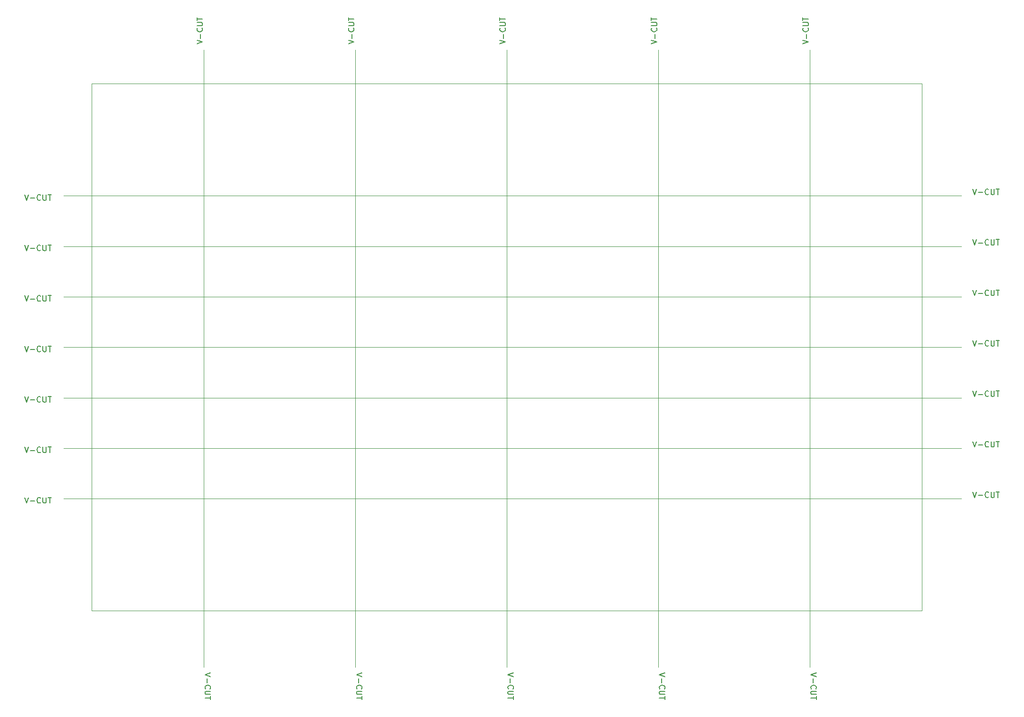
<source format=gbr>
%TF.GenerationSoftware,KiCad,Pcbnew,(7.0.0)*%
%TF.CreationDate,2023-04-04T09:59:10-04:00*%
%TF.ProjectId,bracket-led,62726163-6b65-4742-9d6c-65642e6b6963,A*%
%TF.SameCoordinates,Original*%
%TF.FileFunction,Profile,NP*%
%FSLAX46Y46*%
G04 Gerber Fmt 4.6, Leading zero omitted, Abs format (unit mm)*
G04 Created by KiCad (PCBNEW (7.0.0)) date 2023-04-04 09:59:10*
%MOMM*%
%LPD*%
G01*
G04 APERTURE LIST*
%TA.AperFunction,Profile*%
%ADD10C,0.100000*%
%TD*%
%TA.AperFunction,Profile*%
%ADD11C,0.050000*%
%TD*%
%ADD12C,0.150000*%
G04 APERTURE END LIST*
D10*
X185949200Y-165277760D02*
X185949200Y-174277760D01*
D11*
X138949200Y-100277760D02*
X286949200Y-100277760D01*
X286949200Y-100277760D02*
X286949200Y-194277760D01*
X286949200Y-194277760D02*
X138949200Y-194277760D01*
X138949200Y-194277760D02*
X138949200Y-100277760D01*
D10*
X185949200Y-165277760D02*
X212949200Y-165277760D01*
X158949200Y-165277760D02*
X185949200Y-165277760D01*
X185949200Y-174277760D02*
X158949200Y-174277760D01*
X158949200Y-165277760D02*
X158949200Y-174277760D01*
X212949200Y-174277760D02*
X185949200Y-174277760D01*
X185949200Y-165277760D02*
X185949200Y-174277760D01*
X212949200Y-165277760D02*
X239949200Y-165277760D01*
X212949200Y-165277760D02*
X212949200Y-174277760D01*
D12*
X127044438Y-147060140D02*
X127377771Y-148060140D01*
X127377771Y-148060140D02*
X127711104Y-147060140D01*
X128044438Y-147679188D02*
X128806343Y-147679188D01*
X129853961Y-147964902D02*
X129806342Y-148012521D01*
X129806342Y-148012521D02*
X129663485Y-148060140D01*
X129663485Y-148060140D02*
X129568247Y-148060140D01*
X129568247Y-148060140D02*
X129425390Y-148012521D01*
X129425390Y-148012521D02*
X129330152Y-147917283D01*
X129330152Y-147917283D02*
X129282533Y-147822045D01*
X129282533Y-147822045D02*
X129234914Y-147631569D01*
X129234914Y-147631569D02*
X129234914Y-147488712D01*
X129234914Y-147488712D02*
X129282533Y-147298236D01*
X129282533Y-147298236D02*
X129330152Y-147202998D01*
X129330152Y-147202998D02*
X129425390Y-147107760D01*
X129425390Y-147107760D02*
X129568247Y-147060140D01*
X129568247Y-147060140D02*
X129663485Y-147060140D01*
X129663485Y-147060140D02*
X129806342Y-147107760D01*
X129806342Y-147107760D02*
X129853961Y-147155379D01*
X130282533Y-147060140D02*
X130282533Y-147869664D01*
X130282533Y-147869664D02*
X130330152Y-147964902D01*
X130330152Y-147964902D02*
X130377771Y-148012521D01*
X130377771Y-148012521D02*
X130473009Y-148060140D01*
X130473009Y-148060140D02*
X130663485Y-148060140D01*
X130663485Y-148060140D02*
X130758723Y-148012521D01*
X130758723Y-148012521D02*
X130806342Y-147964902D01*
X130806342Y-147964902D02*
X130853961Y-147869664D01*
X130853961Y-147869664D02*
X130853961Y-147060140D01*
X131187295Y-147060140D02*
X131758723Y-147060140D01*
X131473009Y-148060140D02*
X131473009Y-147060140D01*
X127044438Y-165060140D02*
X127377771Y-166060140D01*
X127377771Y-166060140D02*
X127711104Y-165060140D01*
X128044438Y-165679188D02*
X128806343Y-165679188D01*
X129853961Y-165964902D02*
X129806342Y-166012521D01*
X129806342Y-166012521D02*
X129663485Y-166060140D01*
X129663485Y-166060140D02*
X129568247Y-166060140D01*
X129568247Y-166060140D02*
X129425390Y-166012521D01*
X129425390Y-166012521D02*
X129330152Y-165917283D01*
X129330152Y-165917283D02*
X129282533Y-165822045D01*
X129282533Y-165822045D02*
X129234914Y-165631569D01*
X129234914Y-165631569D02*
X129234914Y-165488712D01*
X129234914Y-165488712D02*
X129282533Y-165298236D01*
X129282533Y-165298236D02*
X129330152Y-165202998D01*
X129330152Y-165202998D02*
X129425390Y-165107760D01*
X129425390Y-165107760D02*
X129568247Y-165060140D01*
X129568247Y-165060140D02*
X129663485Y-165060140D01*
X129663485Y-165060140D02*
X129806342Y-165107760D01*
X129806342Y-165107760D02*
X129853961Y-165155379D01*
X130282533Y-165060140D02*
X130282533Y-165869664D01*
X130282533Y-165869664D02*
X130330152Y-165964902D01*
X130330152Y-165964902D02*
X130377771Y-166012521D01*
X130377771Y-166012521D02*
X130473009Y-166060140D01*
X130473009Y-166060140D02*
X130663485Y-166060140D01*
X130663485Y-166060140D02*
X130758723Y-166012521D01*
X130758723Y-166012521D02*
X130806342Y-165964902D01*
X130806342Y-165964902D02*
X130853961Y-165869664D01*
X130853961Y-165869664D02*
X130853961Y-165060140D01*
X131187295Y-165060140D02*
X131758723Y-165060140D01*
X131473009Y-166060140D02*
X131473009Y-165060140D01*
X127044438Y-138060140D02*
X127377771Y-139060140D01*
X127377771Y-139060140D02*
X127711104Y-138060140D01*
X128044438Y-138679188D02*
X128806343Y-138679188D01*
X129853961Y-138964902D02*
X129806342Y-139012521D01*
X129806342Y-139012521D02*
X129663485Y-139060140D01*
X129663485Y-139060140D02*
X129568247Y-139060140D01*
X129568247Y-139060140D02*
X129425390Y-139012521D01*
X129425390Y-139012521D02*
X129330152Y-138917283D01*
X129330152Y-138917283D02*
X129282533Y-138822045D01*
X129282533Y-138822045D02*
X129234914Y-138631569D01*
X129234914Y-138631569D02*
X129234914Y-138488712D01*
X129234914Y-138488712D02*
X129282533Y-138298236D01*
X129282533Y-138298236D02*
X129330152Y-138202998D01*
X129330152Y-138202998D02*
X129425390Y-138107760D01*
X129425390Y-138107760D02*
X129568247Y-138060140D01*
X129568247Y-138060140D02*
X129663485Y-138060140D01*
X129663485Y-138060140D02*
X129806342Y-138107760D01*
X129806342Y-138107760D02*
X129853961Y-138155379D01*
X130282533Y-138060140D02*
X130282533Y-138869664D01*
X130282533Y-138869664D02*
X130330152Y-138964902D01*
X130330152Y-138964902D02*
X130377771Y-139012521D01*
X130377771Y-139012521D02*
X130473009Y-139060140D01*
X130473009Y-139060140D02*
X130663485Y-139060140D01*
X130663485Y-139060140D02*
X130758723Y-139012521D01*
X130758723Y-139012521D02*
X130806342Y-138964902D01*
X130806342Y-138964902D02*
X130853961Y-138869664D01*
X130853961Y-138869664D02*
X130853961Y-138060140D01*
X131187295Y-138060140D02*
X131758723Y-138060140D01*
X131473009Y-139060140D02*
X131473009Y-138060140D01*
X127044438Y-129060140D02*
X127377771Y-130060140D01*
X127377771Y-130060140D02*
X127711104Y-129060140D01*
X128044438Y-129679188D02*
X128806343Y-129679188D01*
X129853961Y-129964902D02*
X129806342Y-130012521D01*
X129806342Y-130012521D02*
X129663485Y-130060140D01*
X129663485Y-130060140D02*
X129568247Y-130060140D01*
X129568247Y-130060140D02*
X129425390Y-130012521D01*
X129425390Y-130012521D02*
X129330152Y-129917283D01*
X129330152Y-129917283D02*
X129282533Y-129822045D01*
X129282533Y-129822045D02*
X129234914Y-129631569D01*
X129234914Y-129631569D02*
X129234914Y-129488712D01*
X129234914Y-129488712D02*
X129282533Y-129298236D01*
X129282533Y-129298236D02*
X129330152Y-129202998D01*
X129330152Y-129202998D02*
X129425390Y-129107760D01*
X129425390Y-129107760D02*
X129568247Y-129060140D01*
X129568247Y-129060140D02*
X129663485Y-129060140D01*
X129663485Y-129060140D02*
X129806342Y-129107760D01*
X129806342Y-129107760D02*
X129853961Y-129155379D01*
X130282533Y-129060140D02*
X130282533Y-129869664D01*
X130282533Y-129869664D02*
X130330152Y-129964902D01*
X130330152Y-129964902D02*
X130377771Y-130012521D01*
X130377771Y-130012521D02*
X130473009Y-130060140D01*
X130473009Y-130060140D02*
X130663485Y-130060140D01*
X130663485Y-130060140D02*
X130758723Y-130012521D01*
X130758723Y-130012521D02*
X130806342Y-129964902D01*
X130806342Y-129964902D02*
X130853961Y-129869664D01*
X130853961Y-129869664D02*
X130853961Y-129060140D01*
X131187295Y-129060140D02*
X131758723Y-129060140D01*
X131473009Y-130060140D02*
X131473009Y-129060140D01*
X127044438Y-156060140D02*
X127377771Y-157060140D01*
X127377771Y-157060140D02*
X127711104Y-156060140D01*
X128044438Y-156679188D02*
X128806343Y-156679188D01*
X129853961Y-156964902D02*
X129806342Y-157012521D01*
X129806342Y-157012521D02*
X129663485Y-157060140D01*
X129663485Y-157060140D02*
X129568247Y-157060140D01*
X129568247Y-157060140D02*
X129425390Y-157012521D01*
X129425390Y-157012521D02*
X129330152Y-156917283D01*
X129330152Y-156917283D02*
X129282533Y-156822045D01*
X129282533Y-156822045D02*
X129234914Y-156631569D01*
X129234914Y-156631569D02*
X129234914Y-156488712D01*
X129234914Y-156488712D02*
X129282533Y-156298236D01*
X129282533Y-156298236D02*
X129330152Y-156202998D01*
X129330152Y-156202998D02*
X129425390Y-156107760D01*
X129425390Y-156107760D02*
X129568247Y-156060140D01*
X129568247Y-156060140D02*
X129663485Y-156060140D01*
X129663485Y-156060140D02*
X129806342Y-156107760D01*
X129806342Y-156107760D02*
X129853961Y-156155379D01*
X130282533Y-156060140D02*
X130282533Y-156869664D01*
X130282533Y-156869664D02*
X130330152Y-156964902D01*
X130330152Y-156964902D02*
X130377771Y-157012521D01*
X130377771Y-157012521D02*
X130473009Y-157060140D01*
X130473009Y-157060140D02*
X130663485Y-157060140D01*
X130663485Y-157060140D02*
X130758723Y-157012521D01*
X130758723Y-157012521D02*
X130806342Y-156964902D01*
X130806342Y-156964902D02*
X130853961Y-156869664D01*
X130853961Y-156869664D02*
X130853961Y-156060140D01*
X131187295Y-156060140D02*
X131758723Y-156060140D01*
X131473009Y-157060140D02*
X131473009Y-156060140D01*
X127044438Y-174060140D02*
X127377771Y-175060140D01*
X127377771Y-175060140D02*
X127711104Y-174060140D01*
X128044438Y-174679188D02*
X128806343Y-174679188D01*
X129853961Y-174964902D02*
X129806342Y-175012521D01*
X129806342Y-175012521D02*
X129663485Y-175060140D01*
X129663485Y-175060140D02*
X129568247Y-175060140D01*
X129568247Y-175060140D02*
X129425390Y-175012521D01*
X129425390Y-175012521D02*
X129330152Y-174917283D01*
X129330152Y-174917283D02*
X129282533Y-174822045D01*
X129282533Y-174822045D02*
X129234914Y-174631569D01*
X129234914Y-174631569D02*
X129234914Y-174488712D01*
X129234914Y-174488712D02*
X129282533Y-174298236D01*
X129282533Y-174298236D02*
X129330152Y-174202998D01*
X129330152Y-174202998D02*
X129425390Y-174107760D01*
X129425390Y-174107760D02*
X129568247Y-174060140D01*
X129568247Y-174060140D02*
X129663485Y-174060140D01*
X129663485Y-174060140D02*
X129806342Y-174107760D01*
X129806342Y-174107760D02*
X129853961Y-174155379D01*
X130282533Y-174060140D02*
X130282533Y-174869664D01*
X130282533Y-174869664D02*
X130330152Y-174964902D01*
X130330152Y-174964902D02*
X130377771Y-175012521D01*
X130377771Y-175012521D02*
X130473009Y-175060140D01*
X130473009Y-175060140D02*
X130663485Y-175060140D01*
X130663485Y-175060140D02*
X130758723Y-175012521D01*
X130758723Y-175012521D02*
X130806342Y-174964902D01*
X130806342Y-174964902D02*
X130853961Y-174869664D01*
X130853961Y-174869664D02*
X130853961Y-174060140D01*
X131187295Y-174060140D02*
X131758723Y-174060140D01*
X131473009Y-175060140D02*
X131473009Y-174060140D01*
D10*
X133949200Y-147277760D02*
X293949200Y-147277760D01*
X133949200Y-138277760D02*
X293949200Y-138277760D01*
X133949200Y-156277760D02*
X293949200Y-156277760D01*
D12*
X184731580Y-93182521D02*
X185731580Y-92849188D01*
X185731580Y-92849188D02*
X184731580Y-92515855D01*
X185350628Y-92182521D02*
X185350628Y-91420617D01*
X185636342Y-90372998D02*
X185683961Y-90420617D01*
X185683961Y-90420617D02*
X185731580Y-90563474D01*
X185731580Y-90563474D02*
X185731580Y-90658712D01*
X185731580Y-90658712D02*
X185683961Y-90801569D01*
X185683961Y-90801569D02*
X185588723Y-90896807D01*
X185588723Y-90896807D02*
X185493485Y-90944426D01*
X185493485Y-90944426D02*
X185303009Y-90992045D01*
X185303009Y-90992045D02*
X185160152Y-90992045D01*
X185160152Y-90992045D02*
X184969676Y-90944426D01*
X184969676Y-90944426D02*
X184874438Y-90896807D01*
X184874438Y-90896807D02*
X184779200Y-90801569D01*
X184779200Y-90801569D02*
X184731580Y-90658712D01*
X184731580Y-90658712D02*
X184731580Y-90563474D01*
X184731580Y-90563474D02*
X184779200Y-90420617D01*
X184779200Y-90420617D02*
X184826819Y-90372998D01*
X184731580Y-89944426D02*
X185541104Y-89944426D01*
X185541104Y-89944426D02*
X185636342Y-89896807D01*
X185636342Y-89896807D02*
X185683961Y-89849188D01*
X185683961Y-89849188D02*
X185731580Y-89753950D01*
X185731580Y-89753950D02*
X185731580Y-89563474D01*
X185731580Y-89563474D02*
X185683961Y-89468236D01*
X185683961Y-89468236D02*
X185636342Y-89420617D01*
X185636342Y-89420617D02*
X185541104Y-89372998D01*
X185541104Y-89372998D02*
X184731580Y-89372998D01*
X184731580Y-89039664D02*
X184731580Y-88468236D01*
X185731580Y-88753950D02*
X184731580Y-88753950D01*
D10*
X266949200Y-94277760D02*
X266949200Y-204277760D01*
X133949200Y-165277760D02*
X293949200Y-165277760D01*
X133949200Y-129277760D02*
X293949200Y-129277760D01*
X212949200Y-94277760D02*
X212949200Y-204277760D01*
D12*
X241166819Y-205372998D02*
X240166819Y-205706331D01*
X240166819Y-205706331D02*
X241166819Y-206039664D01*
X240547771Y-206372998D02*
X240547771Y-207134903D01*
X240262057Y-208182521D02*
X240214438Y-208134902D01*
X240214438Y-208134902D02*
X240166819Y-207992045D01*
X240166819Y-207992045D02*
X240166819Y-207896807D01*
X240166819Y-207896807D02*
X240214438Y-207753950D01*
X240214438Y-207753950D02*
X240309676Y-207658712D01*
X240309676Y-207658712D02*
X240404914Y-207611093D01*
X240404914Y-207611093D02*
X240595390Y-207563474D01*
X240595390Y-207563474D02*
X240738247Y-207563474D01*
X240738247Y-207563474D02*
X240928723Y-207611093D01*
X240928723Y-207611093D02*
X241023961Y-207658712D01*
X241023961Y-207658712D02*
X241119200Y-207753950D01*
X241119200Y-207753950D02*
X241166819Y-207896807D01*
X241166819Y-207896807D02*
X241166819Y-207992045D01*
X241166819Y-207992045D02*
X241119200Y-208134902D01*
X241119200Y-208134902D02*
X241071580Y-208182521D01*
X241166819Y-208611093D02*
X240357295Y-208611093D01*
X240357295Y-208611093D02*
X240262057Y-208658712D01*
X240262057Y-208658712D02*
X240214438Y-208706331D01*
X240214438Y-208706331D02*
X240166819Y-208801569D01*
X240166819Y-208801569D02*
X240166819Y-208992045D01*
X240166819Y-208992045D02*
X240214438Y-209087283D01*
X240214438Y-209087283D02*
X240262057Y-209134902D01*
X240262057Y-209134902D02*
X240357295Y-209182521D01*
X240357295Y-209182521D02*
X241166819Y-209182521D01*
X241166819Y-209515855D02*
X241166819Y-210087283D01*
X240166819Y-209801569D02*
X241166819Y-209801569D01*
X214166819Y-205372998D02*
X213166819Y-205706331D01*
X213166819Y-205706331D02*
X214166819Y-206039664D01*
X213547771Y-206372998D02*
X213547771Y-207134903D01*
X213262057Y-208182521D02*
X213214438Y-208134902D01*
X213214438Y-208134902D02*
X213166819Y-207992045D01*
X213166819Y-207992045D02*
X213166819Y-207896807D01*
X213166819Y-207896807D02*
X213214438Y-207753950D01*
X213214438Y-207753950D02*
X213309676Y-207658712D01*
X213309676Y-207658712D02*
X213404914Y-207611093D01*
X213404914Y-207611093D02*
X213595390Y-207563474D01*
X213595390Y-207563474D02*
X213738247Y-207563474D01*
X213738247Y-207563474D02*
X213928723Y-207611093D01*
X213928723Y-207611093D02*
X214023961Y-207658712D01*
X214023961Y-207658712D02*
X214119200Y-207753950D01*
X214119200Y-207753950D02*
X214166819Y-207896807D01*
X214166819Y-207896807D02*
X214166819Y-207992045D01*
X214166819Y-207992045D02*
X214119200Y-208134902D01*
X214119200Y-208134902D02*
X214071580Y-208182521D01*
X214166819Y-208611093D02*
X213357295Y-208611093D01*
X213357295Y-208611093D02*
X213262057Y-208658712D01*
X213262057Y-208658712D02*
X213214438Y-208706331D01*
X213214438Y-208706331D02*
X213166819Y-208801569D01*
X213166819Y-208801569D02*
X213166819Y-208992045D01*
X213166819Y-208992045D02*
X213214438Y-209087283D01*
X213214438Y-209087283D02*
X213262057Y-209134902D01*
X213262057Y-209134902D02*
X213357295Y-209182521D01*
X213357295Y-209182521D02*
X214166819Y-209182521D01*
X214166819Y-209515855D02*
X214166819Y-210087283D01*
X213166819Y-209801569D02*
X214166819Y-209801569D01*
X268166819Y-205372998D02*
X267166819Y-205706331D01*
X267166819Y-205706331D02*
X268166819Y-206039664D01*
X267547771Y-206372998D02*
X267547771Y-207134903D01*
X267262057Y-208182521D02*
X267214438Y-208134902D01*
X267214438Y-208134902D02*
X267166819Y-207992045D01*
X267166819Y-207992045D02*
X267166819Y-207896807D01*
X267166819Y-207896807D02*
X267214438Y-207753950D01*
X267214438Y-207753950D02*
X267309676Y-207658712D01*
X267309676Y-207658712D02*
X267404914Y-207611093D01*
X267404914Y-207611093D02*
X267595390Y-207563474D01*
X267595390Y-207563474D02*
X267738247Y-207563474D01*
X267738247Y-207563474D02*
X267928723Y-207611093D01*
X267928723Y-207611093D02*
X268023961Y-207658712D01*
X268023961Y-207658712D02*
X268119200Y-207753950D01*
X268119200Y-207753950D02*
X268166819Y-207896807D01*
X268166819Y-207896807D02*
X268166819Y-207992045D01*
X268166819Y-207992045D02*
X268119200Y-208134902D01*
X268119200Y-208134902D02*
X268071580Y-208182521D01*
X268166819Y-208611093D02*
X267357295Y-208611093D01*
X267357295Y-208611093D02*
X267262057Y-208658712D01*
X267262057Y-208658712D02*
X267214438Y-208706331D01*
X267214438Y-208706331D02*
X267166819Y-208801569D01*
X267166819Y-208801569D02*
X267166819Y-208992045D01*
X267166819Y-208992045D02*
X267214438Y-209087283D01*
X267214438Y-209087283D02*
X267262057Y-209134902D01*
X267262057Y-209134902D02*
X267357295Y-209182521D01*
X267357295Y-209182521D02*
X268166819Y-209182521D01*
X268166819Y-209515855D02*
X268166819Y-210087283D01*
X267166819Y-209801569D02*
X268166819Y-209801569D01*
D10*
X133949200Y-174277760D02*
X293949200Y-174277760D01*
D12*
X238731580Y-93182521D02*
X239731580Y-92849188D01*
X239731580Y-92849188D02*
X238731580Y-92515855D01*
X239350628Y-92182521D02*
X239350628Y-91420617D01*
X239636342Y-90372998D02*
X239683961Y-90420617D01*
X239683961Y-90420617D02*
X239731580Y-90563474D01*
X239731580Y-90563474D02*
X239731580Y-90658712D01*
X239731580Y-90658712D02*
X239683961Y-90801569D01*
X239683961Y-90801569D02*
X239588723Y-90896807D01*
X239588723Y-90896807D02*
X239493485Y-90944426D01*
X239493485Y-90944426D02*
X239303009Y-90992045D01*
X239303009Y-90992045D02*
X239160152Y-90992045D01*
X239160152Y-90992045D02*
X238969676Y-90944426D01*
X238969676Y-90944426D02*
X238874438Y-90896807D01*
X238874438Y-90896807D02*
X238779200Y-90801569D01*
X238779200Y-90801569D02*
X238731580Y-90658712D01*
X238731580Y-90658712D02*
X238731580Y-90563474D01*
X238731580Y-90563474D02*
X238779200Y-90420617D01*
X238779200Y-90420617D02*
X238826819Y-90372998D01*
X238731580Y-89944426D02*
X239541104Y-89944426D01*
X239541104Y-89944426D02*
X239636342Y-89896807D01*
X239636342Y-89896807D02*
X239683961Y-89849188D01*
X239683961Y-89849188D02*
X239731580Y-89753950D01*
X239731580Y-89753950D02*
X239731580Y-89563474D01*
X239731580Y-89563474D02*
X239683961Y-89468236D01*
X239683961Y-89468236D02*
X239636342Y-89420617D01*
X239636342Y-89420617D02*
X239541104Y-89372998D01*
X239541104Y-89372998D02*
X238731580Y-89372998D01*
X238731580Y-89039664D02*
X238731580Y-88468236D01*
X239731580Y-88753950D02*
X238731580Y-88753950D01*
D10*
X158949200Y-94277760D02*
X158949200Y-204277760D01*
D12*
X296044438Y-164060140D02*
X296377771Y-165060140D01*
X296377771Y-165060140D02*
X296711104Y-164060140D01*
X297044438Y-164679188D02*
X297806343Y-164679188D01*
X298853961Y-164964902D02*
X298806342Y-165012521D01*
X298806342Y-165012521D02*
X298663485Y-165060140D01*
X298663485Y-165060140D02*
X298568247Y-165060140D01*
X298568247Y-165060140D02*
X298425390Y-165012521D01*
X298425390Y-165012521D02*
X298330152Y-164917283D01*
X298330152Y-164917283D02*
X298282533Y-164822045D01*
X298282533Y-164822045D02*
X298234914Y-164631569D01*
X298234914Y-164631569D02*
X298234914Y-164488712D01*
X298234914Y-164488712D02*
X298282533Y-164298236D01*
X298282533Y-164298236D02*
X298330152Y-164202998D01*
X298330152Y-164202998D02*
X298425390Y-164107760D01*
X298425390Y-164107760D02*
X298568247Y-164060140D01*
X298568247Y-164060140D02*
X298663485Y-164060140D01*
X298663485Y-164060140D02*
X298806342Y-164107760D01*
X298806342Y-164107760D02*
X298853961Y-164155379D01*
X299282533Y-164060140D02*
X299282533Y-164869664D01*
X299282533Y-164869664D02*
X299330152Y-164964902D01*
X299330152Y-164964902D02*
X299377771Y-165012521D01*
X299377771Y-165012521D02*
X299473009Y-165060140D01*
X299473009Y-165060140D02*
X299663485Y-165060140D01*
X299663485Y-165060140D02*
X299758723Y-165012521D01*
X299758723Y-165012521D02*
X299806342Y-164964902D01*
X299806342Y-164964902D02*
X299853961Y-164869664D01*
X299853961Y-164869664D02*
X299853961Y-164060140D01*
X300187295Y-164060140D02*
X300758723Y-164060140D01*
X300473009Y-165060140D02*
X300473009Y-164060140D01*
X187166819Y-205372998D02*
X186166819Y-205706331D01*
X186166819Y-205706331D02*
X187166819Y-206039664D01*
X186547771Y-206372998D02*
X186547771Y-207134903D01*
X186262057Y-208182521D02*
X186214438Y-208134902D01*
X186214438Y-208134902D02*
X186166819Y-207992045D01*
X186166819Y-207992045D02*
X186166819Y-207896807D01*
X186166819Y-207896807D02*
X186214438Y-207753950D01*
X186214438Y-207753950D02*
X186309676Y-207658712D01*
X186309676Y-207658712D02*
X186404914Y-207611093D01*
X186404914Y-207611093D02*
X186595390Y-207563474D01*
X186595390Y-207563474D02*
X186738247Y-207563474D01*
X186738247Y-207563474D02*
X186928723Y-207611093D01*
X186928723Y-207611093D02*
X187023961Y-207658712D01*
X187023961Y-207658712D02*
X187119200Y-207753950D01*
X187119200Y-207753950D02*
X187166819Y-207896807D01*
X187166819Y-207896807D02*
X187166819Y-207992045D01*
X187166819Y-207992045D02*
X187119200Y-208134902D01*
X187119200Y-208134902D02*
X187071580Y-208182521D01*
X187166819Y-208611093D02*
X186357295Y-208611093D01*
X186357295Y-208611093D02*
X186262057Y-208658712D01*
X186262057Y-208658712D02*
X186214438Y-208706331D01*
X186214438Y-208706331D02*
X186166819Y-208801569D01*
X186166819Y-208801569D02*
X186166819Y-208992045D01*
X186166819Y-208992045D02*
X186214438Y-209087283D01*
X186214438Y-209087283D02*
X186262057Y-209134902D01*
X186262057Y-209134902D02*
X186357295Y-209182521D01*
X186357295Y-209182521D02*
X187166819Y-209182521D01*
X187166819Y-209515855D02*
X187166819Y-210087283D01*
X186166819Y-209801569D02*
X187166819Y-209801569D01*
X296044438Y-146060140D02*
X296377771Y-147060140D01*
X296377771Y-147060140D02*
X296711104Y-146060140D01*
X297044438Y-146679188D02*
X297806343Y-146679188D01*
X298853961Y-146964902D02*
X298806342Y-147012521D01*
X298806342Y-147012521D02*
X298663485Y-147060140D01*
X298663485Y-147060140D02*
X298568247Y-147060140D01*
X298568247Y-147060140D02*
X298425390Y-147012521D01*
X298425390Y-147012521D02*
X298330152Y-146917283D01*
X298330152Y-146917283D02*
X298282533Y-146822045D01*
X298282533Y-146822045D02*
X298234914Y-146631569D01*
X298234914Y-146631569D02*
X298234914Y-146488712D01*
X298234914Y-146488712D02*
X298282533Y-146298236D01*
X298282533Y-146298236D02*
X298330152Y-146202998D01*
X298330152Y-146202998D02*
X298425390Y-146107760D01*
X298425390Y-146107760D02*
X298568247Y-146060140D01*
X298568247Y-146060140D02*
X298663485Y-146060140D01*
X298663485Y-146060140D02*
X298806342Y-146107760D01*
X298806342Y-146107760D02*
X298853961Y-146155379D01*
X299282533Y-146060140D02*
X299282533Y-146869664D01*
X299282533Y-146869664D02*
X299330152Y-146964902D01*
X299330152Y-146964902D02*
X299377771Y-147012521D01*
X299377771Y-147012521D02*
X299473009Y-147060140D01*
X299473009Y-147060140D02*
X299663485Y-147060140D01*
X299663485Y-147060140D02*
X299758723Y-147012521D01*
X299758723Y-147012521D02*
X299806342Y-146964902D01*
X299806342Y-146964902D02*
X299853961Y-146869664D01*
X299853961Y-146869664D02*
X299853961Y-146060140D01*
X300187295Y-146060140D02*
X300758723Y-146060140D01*
X300473009Y-147060140D02*
X300473009Y-146060140D01*
X160166819Y-205372998D02*
X159166819Y-205706331D01*
X159166819Y-205706331D02*
X160166819Y-206039664D01*
X159547771Y-206372998D02*
X159547771Y-207134903D01*
X159262057Y-208182521D02*
X159214438Y-208134902D01*
X159214438Y-208134902D02*
X159166819Y-207992045D01*
X159166819Y-207992045D02*
X159166819Y-207896807D01*
X159166819Y-207896807D02*
X159214438Y-207753950D01*
X159214438Y-207753950D02*
X159309676Y-207658712D01*
X159309676Y-207658712D02*
X159404914Y-207611093D01*
X159404914Y-207611093D02*
X159595390Y-207563474D01*
X159595390Y-207563474D02*
X159738247Y-207563474D01*
X159738247Y-207563474D02*
X159928723Y-207611093D01*
X159928723Y-207611093D02*
X160023961Y-207658712D01*
X160023961Y-207658712D02*
X160119200Y-207753950D01*
X160119200Y-207753950D02*
X160166819Y-207896807D01*
X160166819Y-207896807D02*
X160166819Y-207992045D01*
X160166819Y-207992045D02*
X160119200Y-208134902D01*
X160119200Y-208134902D02*
X160071580Y-208182521D01*
X160166819Y-208611093D02*
X159357295Y-208611093D01*
X159357295Y-208611093D02*
X159262057Y-208658712D01*
X159262057Y-208658712D02*
X159214438Y-208706331D01*
X159214438Y-208706331D02*
X159166819Y-208801569D01*
X159166819Y-208801569D02*
X159166819Y-208992045D01*
X159166819Y-208992045D02*
X159214438Y-209087283D01*
X159214438Y-209087283D02*
X159262057Y-209134902D01*
X159262057Y-209134902D02*
X159357295Y-209182521D01*
X159357295Y-209182521D02*
X160166819Y-209182521D01*
X160166819Y-209515855D02*
X160166819Y-210087283D01*
X159166819Y-209801569D02*
X160166819Y-209801569D01*
X296044438Y-119060140D02*
X296377771Y-120060140D01*
X296377771Y-120060140D02*
X296711104Y-119060140D01*
X297044438Y-119679188D02*
X297806343Y-119679188D01*
X298853961Y-119964902D02*
X298806342Y-120012521D01*
X298806342Y-120012521D02*
X298663485Y-120060140D01*
X298663485Y-120060140D02*
X298568247Y-120060140D01*
X298568247Y-120060140D02*
X298425390Y-120012521D01*
X298425390Y-120012521D02*
X298330152Y-119917283D01*
X298330152Y-119917283D02*
X298282533Y-119822045D01*
X298282533Y-119822045D02*
X298234914Y-119631569D01*
X298234914Y-119631569D02*
X298234914Y-119488712D01*
X298234914Y-119488712D02*
X298282533Y-119298236D01*
X298282533Y-119298236D02*
X298330152Y-119202998D01*
X298330152Y-119202998D02*
X298425390Y-119107760D01*
X298425390Y-119107760D02*
X298568247Y-119060140D01*
X298568247Y-119060140D02*
X298663485Y-119060140D01*
X298663485Y-119060140D02*
X298806342Y-119107760D01*
X298806342Y-119107760D02*
X298853961Y-119155379D01*
X299282533Y-119060140D02*
X299282533Y-119869664D01*
X299282533Y-119869664D02*
X299330152Y-119964902D01*
X299330152Y-119964902D02*
X299377771Y-120012521D01*
X299377771Y-120012521D02*
X299473009Y-120060140D01*
X299473009Y-120060140D02*
X299663485Y-120060140D01*
X299663485Y-120060140D02*
X299758723Y-120012521D01*
X299758723Y-120012521D02*
X299806342Y-119964902D01*
X299806342Y-119964902D02*
X299853961Y-119869664D01*
X299853961Y-119869664D02*
X299853961Y-119060140D01*
X300187295Y-119060140D02*
X300758723Y-119060140D01*
X300473009Y-120060140D02*
X300473009Y-119060140D01*
D10*
X239949200Y-94277760D02*
X239949200Y-204277760D01*
D12*
X157731580Y-93182521D02*
X158731580Y-92849188D01*
X158731580Y-92849188D02*
X157731580Y-92515855D01*
X158350628Y-92182521D02*
X158350628Y-91420617D01*
X158636342Y-90372998D02*
X158683961Y-90420617D01*
X158683961Y-90420617D02*
X158731580Y-90563474D01*
X158731580Y-90563474D02*
X158731580Y-90658712D01*
X158731580Y-90658712D02*
X158683961Y-90801569D01*
X158683961Y-90801569D02*
X158588723Y-90896807D01*
X158588723Y-90896807D02*
X158493485Y-90944426D01*
X158493485Y-90944426D02*
X158303009Y-90992045D01*
X158303009Y-90992045D02*
X158160152Y-90992045D01*
X158160152Y-90992045D02*
X157969676Y-90944426D01*
X157969676Y-90944426D02*
X157874438Y-90896807D01*
X157874438Y-90896807D02*
X157779200Y-90801569D01*
X157779200Y-90801569D02*
X157731580Y-90658712D01*
X157731580Y-90658712D02*
X157731580Y-90563474D01*
X157731580Y-90563474D02*
X157779200Y-90420617D01*
X157779200Y-90420617D02*
X157826819Y-90372998D01*
X157731580Y-89944426D02*
X158541104Y-89944426D01*
X158541104Y-89944426D02*
X158636342Y-89896807D01*
X158636342Y-89896807D02*
X158683961Y-89849188D01*
X158683961Y-89849188D02*
X158731580Y-89753950D01*
X158731580Y-89753950D02*
X158731580Y-89563474D01*
X158731580Y-89563474D02*
X158683961Y-89468236D01*
X158683961Y-89468236D02*
X158636342Y-89420617D01*
X158636342Y-89420617D02*
X158541104Y-89372998D01*
X158541104Y-89372998D02*
X157731580Y-89372998D01*
X157731580Y-89039664D02*
X157731580Y-88468236D01*
X158731580Y-88753950D02*
X157731580Y-88753950D01*
D10*
X212949200Y-120277760D02*
X239949200Y-120277760D01*
X185949200Y-94277760D02*
X185949200Y-204277760D01*
X185949200Y-120277760D02*
X212949200Y-120277760D01*
X239949200Y-129277760D02*
X239949200Y-138277760D01*
X239949200Y-120277760D02*
X239949200Y-129277760D01*
X185949200Y-129277760D02*
X158949200Y-129277760D01*
X133949200Y-120277760D02*
X293949200Y-120277760D01*
X212949200Y-129277760D02*
X185949200Y-129277760D01*
X239949200Y-120277760D02*
X266949200Y-120277760D01*
X266949200Y-129277760D02*
X266949200Y-138277760D01*
X212949200Y-120277760D02*
X212949200Y-129277760D01*
X212949200Y-138277760D02*
X185949200Y-138277760D01*
X212949200Y-129277760D02*
X239949200Y-129277760D01*
X266949200Y-120277760D02*
X266949200Y-129277760D01*
X266949200Y-129277760D02*
X239949200Y-129277760D01*
X239949200Y-129277760D02*
X212949200Y-129277760D01*
X158949200Y-120277760D02*
X158949200Y-129277760D01*
X212949200Y-129277760D02*
X212949200Y-138277760D01*
X239949200Y-138277760D02*
X212949200Y-138277760D01*
X239949200Y-129277760D02*
X239949200Y-138277760D01*
X266949200Y-138277760D02*
X239949200Y-138277760D01*
X185949200Y-120277760D02*
X185949200Y-129277760D01*
X239949200Y-120277760D02*
X239949200Y-129277760D01*
X239949200Y-129277760D02*
X266949200Y-129277760D01*
X212949200Y-120277760D02*
X212949200Y-129277760D01*
X185949200Y-129277760D02*
X185949200Y-138277760D01*
X212949200Y-129277760D02*
X212949200Y-138277760D01*
X158949200Y-147277760D02*
X158949200Y-156277760D01*
X185949200Y-138277760D02*
X185949200Y-147277760D01*
X266949200Y-138277760D02*
X266949200Y-147277760D01*
X185949200Y-147277760D02*
X185949200Y-156277760D01*
X212949200Y-147277760D02*
X239949200Y-147277760D01*
X212949200Y-138277760D02*
X212949200Y-147277760D01*
X185949200Y-138277760D02*
X185949200Y-147277760D01*
X212949200Y-147277760D02*
X185949200Y-147277760D01*
X158949200Y-138277760D02*
X185949200Y-138277760D01*
X239949200Y-138277760D02*
X239949200Y-147277760D01*
X212949200Y-156277760D02*
X185949200Y-156277760D01*
X185949200Y-138277760D02*
X212949200Y-138277760D01*
X185949200Y-147277760D02*
X158949200Y-147277760D01*
X185949200Y-156277760D02*
X158949200Y-156277760D01*
X158949200Y-147277760D02*
X185949200Y-147277760D01*
X212949200Y-147277760D02*
X212949200Y-156277760D01*
X239949200Y-138277760D02*
X239949200Y-147277760D01*
X158949200Y-138277760D02*
X158949200Y-147277760D01*
X185949200Y-147277760D02*
X185949200Y-156277760D01*
X212949200Y-138277760D02*
X239949200Y-138277760D01*
X185949200Y-147277760D02*
X212949200Y-147277760D01*
X158949200Y-129277760D02*
X185949200Y-129277760D01*
X185949200Y-129277760D02*
X212949200Y-129277760D01*
X158949200Y-129277760D02*
X158949200Y-138277760D01*
X185949200Y-129277760D02*
X185949200Y-138277760D01*
X185949200Y-138277760D02*
X158949200Y-138277760D01*
X212949200Y-156277760D02*
X239949200Y-156277760D01*
X212949200Y-156277760D02*
X212949200Y-165277760D01*
X239949200Y-138277760D02*
X266949200Y-138277760D01*
X266949200Y-147277760D02*
X239949200Y-147277760D01*
X185949200Y-156277760D02*
X185949200Y-165277760D01*
X185949200Y-156277760D02*
X212949200Y-156277760D01*
X185949200Y-165277760D02*
X158949200Y-165277760D01*
X158949200Y-156277760D02*
X158949200Y-165277760D01*
X212949200Y-165277760D02*
X185949200Y-165277760D01*
X158949200Y-156277760D02*
X185949200Y-156277760D01*
X266949200Y-156277760D02*
X266949200Y-165277760D01*
X239949200Y-156277760D02*
X239949200Y-165277760D01*
X185949200Y-156277760D02*
X185949200Y-165277760D01*
D12*
X211731580Y-93182521D02*
X212731580Y-92849188D01*
X212731580Y-92849188D02*
X211731580Y-92515855D01*
X212350628Y-92182521D02*
X212350628Y-91420617D01*
X212636342Y-90372998D02*
X212683961Y-90420617D01*
X212683961Y-90420617D02*
X212731580Y-90563474D01*
X212731580Y-90563474D02*
X212731580Y-90658712D01*
X212731580Y-90658712D02*
X212683961Y-90801569D01*
X212683961Y-90801569D02*
X212588723Y-90896807D01*
X212588723Y-90896807D02*
X212493485Y-90944426D01*
X212493485Y-90944426D02*
X212303009Y-90992045D01*
X212303009Y-90992045D02*
X212160152Y-90992045D01*
X212160152Y-90992045D02*
X211969676Y-90944426D01*
X211969676Y-90944426D02*
X211874438Y-90896807D01*
X211874438Y-90896807D02*
X211779200Y-90801569D01*
X211779200Y-90801569D02*
X211731580Y-90658712D01*
X211731580Y-90658712D02*
X211731580Y-90563474D01*
X211731580Y-90563474D02*
X211779200Y-90420617D01*
X211779200Y-90420617D02*
X211826819Y-90372998D01*
X211731580Y-89944426D02*
X212541104Y-89944426D01*
X212541104Y-89944426D02*
X212636342Y-89896807D01*
X212636342Y-89896807D02*
X212683961Y-89849188D01*
X212683961Y-89849188D02*
X212731580Y-89753950D01*
X212731580Y-89753950D02*
X212731580Y-89563474D01*
X212731580Y-89563474D02*
X212683961Y-89468236D01*
X212683961Y-89468236D02*
X212636342Y-89420617D01*
X212636342Y-89420617D02*
X212541104Y-89372998D01*
X212541104Y-89372998D02*
X211731580Y-89372998D01*
X211731580Y-89039664D02*
X211731580Y-88468236D01*
X212731580Y-88753950D02*
X211731580Y-88753950D01*
X296044438Y-173060140D02*
X296377771Y-174060140D01*
X296377771Y-174060140D02*
X296711104Y-173060140D01*
X297044438Y-173679188D02*
X297806343Y-173679188D01*
X298853961Y-173964902D02*
X298806342Y-174012521D01*
X298806342Y-174012521D02*
X298663485Y-174060140D01*
X298663485Y-174060140D02*
X298568247Y-174060140D01*
X298568247Y-174060140D02*
X298425390Y-174012521D01*
X298425390Y-174012521D02*
X298330152Y-173917283D01*
X298330152Y-173917283D02*
X298282533Y-173822045D01*
X298282533Y-173822045D02*
X298234914Y-173631569D01*
X298234914Y-173631569D02*
X298234914Y-173488712D01*
X298234914Y-173488712D02*
X298282533Y-173298236D01*
X298282533Y-173298236D02*
X298330152Y-173202998D01*
X298330152Y-173202998D02*
X298425390Y-173107760D01*
X298425390Y-173107760D02*
X298568247Y-173060140D01*
X298568247Y-173060140D02*
X298663485Y-173060140D01*
X298663485Y-173060140D02*
X298806342Y-173107760D01*
X298806342Y-173107760D02*
X298853961Y-173155379D01*
X299282533Y-173060140D02*
X299282533Y-173869664D01*
X299282533Y-173869664D02*
X299330152Y-173964902D01*
X299330152Y-173964902D02*
X299377771Y-174012521D01*
X299377771Y-174012521D02*
X299473009Y-174060140D01*
X299473009Y-174060140D02*
X299663485Y-174060140D01*
X299663485Y-174060140D02*
X299758723Y-174012521D01*
X299758723Y-174012521D02*
X299806342Y-173964902D01*
X299806342Y-173964902D02*
X299853961Y-173869664D01*
X299853961Y-173869664D02*
X299853961Y-173060140D01*
X300187295Y-173060140D02*
X300758723Y-173060140D01*
X300473009Y-174060140D02*
X300473009Y-173060140D01*
X296044438Y-137060140D02*
X296377771Y-138060140D01*
X296377771Y-138060140D02*
X296711104Y-137060140D01*
X297044438Y-137679188D02*
X297806343Y-137679188D01*
X298853961Y-137964902D02*
X298806342Y-138012521D01*
X298806342Y-138012521D02*
X298663485Y-138060140D01*
X298663485Y-138060140D02*
X298568247Y-138060140D01*
X298568247Y-138060140D02*
X298425390Y-138012521D01*
X298425390Y-138012521D02*
X298330152Y-137917283D01*
X298330152Y-137917283D02*
X298282533Y-137822045D01*
X298282533Y-137822045D02*
X298234914Y-137631569D01*
X298234914Y-137631569D02*
X298234914Y-137488712D01*
X298234914Y-137488712D02*
X298282533Y-137298236D01*
X298282533Y-137298236D02*
X298330152Y-137202998D01*
X298330152Y-137202998D02*
X298425390Y-137107760D01*
X298425390Y-137107760D02*
X298568247Y-137060140D01*
X298568247Y-137060140D02*
X298663485Y-137060140D01*
X298663485Y-137060140D02*
X298806342Y-137107760D01*
X298806342Y-137107760D02*
X298853961Y-137155379D01*
X299282533Y-137060140D02*
X299282533Y-137869664D01*
X299282533Y-137869664D02*
X299330152Y-137964902D01*
X299330152Y-137964902D02*
X299377771Y-138012521D01*
X299377771Y-138012521D02*
X299473009Y-138060140D01*
X299473009Y-138060140D02*
X299663485Y-138060140D01*
X299663485Y-138060140D02*
X299758723Y-138012521D01*
X299758723Y-138012521D02*
X299806342Y-137964902D01*
X299806342Y-137964902D02*
X299853961Y-137869664D01*
X299853961Y-137869664D02*
X299853961Y-137060140D01*
X300187295Y-137060140D02*
X300758723Y-137060140D01*
X300473009Y-138060140D02*
X300473009Y-137060140D01*
X296044438Y-155060140D02*
X296377771Y-156060140D01*
X296377771Y-156060140D02*
X296711104Y-155060140D01*
X297044438Y-155679188D02*
X297806343Y-155679188D01*
X298853961Y-155964902D02*
X298806342Y-156012521D01*
X298806342Y-156012521D02*
X298663485Y-156060140D01*
X298663485Y-156060140D02*
X298568247Y-156060140D01*
X298568247Y-156060140D02*
X298425390Y-156012521D01*
X298425390Y-156012521D02*
X298330152Y-155917283D01*
X298330152Y-155917283D02*
X298282533Y-155822045D01*
X298282533Y-155822045D02*
X298234914Y-155631569D01*
X298234914Y-155631569D02*
X298234914Y-155488712D01*
X298234914Y-155488712D02*
X298282533Y-155298236D01*
X298282533Y-155298236D02*
X298330152Y-155202998D01*
X298330152Y-155202998D02*
X298425390Y-155107760D01*
X298425390Y-155107760D02*
X298568247Y-155060140D01*
X298568247Y-155060140D02*
X298663485Y-155060140D01*
X298663485Y-155060140D02*
X298806342Y-155107760D01*
X298806342Y-155107760D02*
X298853961Y-155155379D01*
X299282533Y-155060140D02*
X299282533Y-155869664D01*
X299282533Y-155869664D02*
X299330152Y-155964902D01*
X299330152Y-155964902D02*
X299377771Y-156012521D01*
X299377771Y-156012521D02*
X299473009Y-156060140D01*
X299473009Y-156060140D02*
X299663485Y-156060140D01*
X299663485Y-156060140D02*
X299758723Y-156012521D01*
X299758723Y-156012521D02*
X299806342Y-155964902D01*
X299806342Y-155964902D02*
X299853961Y-155869664D01*
X299853961Y-155869664D02*
X299853961Y-155060140D01*
X300187295Y-155060140D02*
X300758723Y-155060140D01*
X300473009Y-156060140D02*
X300473009Y-155060140D01*
X265731580Y-93182521D02*
X266731580Y-92849188D01*
X266731580Y-92849188D02*
X265731580Y-92515855D01*
X266350628Y-92182521D02*
X266350628Y-91420617D01*
X266636342Y-90372998D02*
X266683961Y-90420617D01*
X266683961Y-90420617D02*
X266731580Y-90563474D01*
X266731580Y-90563474D02*
X266731580Y-90658712D01*
X266731580Y-90658712D02*
X266683961Y-90801569D01*
X266683961Y-90801569D02*
X266588723Y-90896807D01*
X266588723Y-90896807D02*
X266493485Y-90944426D01*
X266493485Y-90944426D02*
X266303009Y-90992045D01*
X266303009Y-90992045D02*
X266160152Y-90992045D01*
X266160152Y-90992045D02*
X265969676Y-90944426D01*
X265969676Y-90944426D02*
X265874438Y-90896807D01*
X265874438Y-90896807D02*
X265779200Y-90801569D01*
X265779200Y-90801569D02*
X265731580Y-90658712D01*
X265731580Y-90658712D02*
X265731580Y-90563474D01*
X265731580Y-90563474D02*
X265779200Y-90420617D01*
X265779200Y-90420617D02*
X265826819Y-90372998D01*
X265731580Y-89944426D02*
X266541104Y-89944426D01*
X266541104Y-89944426D02*
X266636342Y-89896807D01*
X266636342Y-89896807D02*
X266683961Y-89849188D01*
X266683961Y-89849188D02*
X266731580Y-89753950D01*
X266731580Y-89753950D02*
X266731580Y-89563474D01*
X266731580Y-89563474D02*
X266683961Y-89468236D01*
X266683961Y-89468236D02*
X266636342Y-89420617D01*
X266636342Y-89420617D02*
X266541104Y-89372998D01*
X266541104Y-89372998D02*
X265731580Y-89372998D01*
X265731580Y-89039664D02*
X265731580Y-88468236D01*
X266731580Y-88753950D02*
X265731580Y-88753950D01*
X296044438Y-128060140D02*
X296377771Y-129060140D01*
X296377771Y-129060140D02*
X296711104Y-128060140D01*
X297044438Y-128679188D02*
X297806343Y-128679188D01*
X298853961Y-128964902D02*
X298806342Y-129012521D01*
X298806342Y-129012521D02*
X298663485Y-129060140D01*
X298663485Y-129060140D02*
X298568247Y-129060140D01*
X298568247Y-129060140D02*
X298425390Y-129012521D01*
X298425390Y-129012521D02*
X298330152Y-128917283D01*
X298330152Y-128917283D02*
X298282533Y-128822045D01*
X298282533Y-128822045D02*
X298234914Y-128631569D01*
X298234914Y-128631569D02*
X298234914Y-128488712D01*
X298234914Y-128488712D02*
X298282533Y-128298236D01*
X298282533Y-128298236D02*
X298330152Y-128202998D01*
X298330152Y-128202998D02*
X298425390Y-128107760D01*
X298425390Y-128107760D02*
X298568247Y-128060140D01*
X298568247Y-128060140D02*
X298663485Y-128060140D01*
X298663485Y-128060140D02*
X298806342Y-128107760D01*
X298806342Y-128107760D02*
X298853961Y-128155379D01*
X299282533Y-128060140D02*
X299282533Y-128869664D01*
X299282533Y-128869664D02*
X299330152Y-128964902D01*
X299330152Y-128964902D02*
X299377771Y-129012521D01*
X299377771Y-129012521D02*
X299473009Y-129060140D01*
X299473009Y-129060140D02*
X299663485Y-129060140D01*
X299663485Y-129060140D02*
X299758723Y-129012521D01*
X299758723Y-129012521D02*
X299806342Y-128964902D01*
X299806342Y-128964902D02*
X299853961Y-128869664D01*
X299853961Y-128869664D02*
X299853961Y-128060140D01*
X300187295Y-128060140D02*
X300758723Y-128060140D01*
X300473009Y-129060140D02*
X300473009Y-128060140D01*
D10*
X239949200Y-156277760D02*
X239949200Y-165277760D01*
X239949200Y-156277760D02*
X266949200Y-156277760D01*
X266949200Y-147277760D02*
X266949200Y-156277760D01*
X266949200Y-165277760D02*
X239949200Y-165277760D01*
X239949200Y-147277760D02*
X239949200Y-156277760D01*
X266949200Y-165277760D02*
X266949200Y-174277760D01*
X239949200Y-165277760D02*
X239949200Y-174277760D01*
X239949200Y-165277760D02*
X266949200Y-165277760D01*
X266949200Y-174277760D02*
X239949200Y-174277760D01*
X239949200Y-165277760D02*
X239949200Y-174277760D01*
X239949200Y-147277760D02*
X239949200Y-156277760D01*
X212949200Y-138277760D02*
X212949200Y-147277760D01*
X239949200Y-147277760D02*
X266949200Y-147277760D01*
X239949200Y-156277760D02*
X212949200Y-156277760D01*
X239949200Y-147277760D02*
X212949200Y-147277760D01*
X239949200Y-174277760D02*
X212949200Y-174277760D01*
X212949200Y-165277760D02*
X212949200Y-174277760D01*
X212949200Y-147277760D02*
X212949200Y-156277760D01*
X266949200Y-156277760D02*
X239949200Y-156277760D01*
X239949200Y-165277760D02*
X212949200Y-165277760D01*
X212949200Y-156277760D02*
X212949200Y-165277760D01*
D12*
X127044438Y-120060140D02*
X127377771Y-121060140D01*
X127377771Y-121060140D02*
X127711104Y-120060140D01*
X128044438Y-120679188D02*
X128806343Y-120679188D01*
X129853961Y-120964902D02*
X129806342Y-121012521D01*
X129806342Y-121012521D02*
X129663485Y-121060140D01*
X129663485Y-121060140D02*
X129568247Y-121060140D01*
X129568247Y-121060140D02*
X129425390Y-121012521D01*
X129425390Y-121012521D02*
X129330152Y-120917283D01*
X129330152Y-120917283D02*
X129282533Y-120822045D01*
X129282533Y-120822045D02*
X129234914Y-120631569D01*
X129234914Y-120631569D02*
X129234914Y-120488712D01*
X129234914Y-120488712D02*
X129282533Y-120298236D01*
X129282533Y-120298236D02*
X129330152Y-120202998D01*
X129330152Y-120202998D02*
X129425390Y-120107760D01*
X129425390Y-120107760D02*
X129568247Y-120060140D01*
X129568247Y-120060140D02*
X129663485Y-120060140D01*
X129663485Y-120060140D02*
X129806342Y-120107760D01*
X129806342Y-120107760D02*
X129853961Y-120155379D01*
X130282533Y-120060140D02*
X130282533Y-120869664D01*
X130282533Y-120869664D02*
X130330152Y-120964902D01*
X130330152Y-120964902D02*
X130377771Y-121012521D01*
X130377771Y-121012521D02*
X130473009Y-121060140D01*
X130473009Y-121060140D02*
X130663485Y-121060140D01*
X130663485Y-121060140D02*
X130758723Y-121012521D01*
X130758723Y-121012521D02*
X130806342Y-120964902D01*
X130806342Y-120964902D02*
X130853961Y-120869664D01*
X130853961Y-120869664D02*
X130853961Y-120060140D01*
X131187295Y-120060140D02*
X131758723Y-120060140D01*
X131473009Y-121060140D02*
X131473009Y-120060140D01*
D10*
X158949200Y-120277760D02*
X158949200Y-129277760D01*
X185949200Y-129277760D02*
X158949200Y-129277760D01*
X158949200Y-120277760D02*
X185949200Y-120277760D01*
X185949200Y-120277760D02*
X185949200Y-129277760D01*
M02*

</source>
